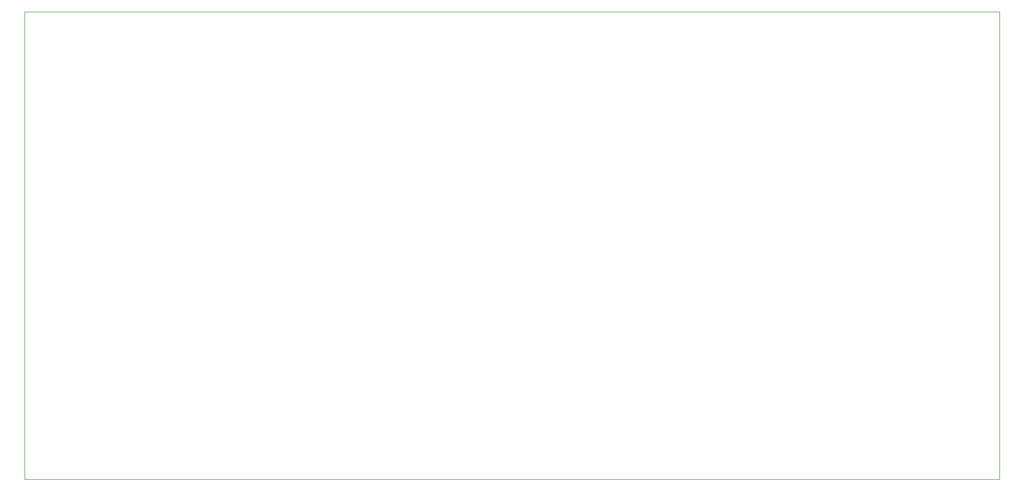
<source format=gbr>
G04 #@! TF.GenerationSoftware,KiCad,Pcbnew,(5.1.5-0-10_14)*
G04 #@! TF.CreationDate,2020-01-02T14:17:50-08:00*
G04 #@! TF.ProjectId,SpectrumAnalyzer,53706563-7472-4756-9d41-6e616c797a65,rev?*
G04 #@! TF.SameCoordinates,Original*
G04 #@! TF.FileFunction,Profile,NP*
%FSLAX46Y46*%
G04 Gerber Fmt 4.6, Leading zero omitted, Abs format (unit mm)*
G04 Created by KiCad (PCBNEW (5.1.5-0-10_14)) date 2020-01-02 14:17:50*
%MOMM*%
%LPD*%
G04 APERTURE LIST*
%ADD10C,0.050000*%
G04 APERTURE END LIST*
D10*
X62230000Y-74930000D02*
X62230000Y-152400000D01*
X62230000Y-152400000D02*
X223520000Y-152400000D01*
X223520000Y-74930000D02*
X62230000Y-74930000D01*
X223520000Y-152400000D02*
X223520000Y-74930000D01*
M02*

</source>
